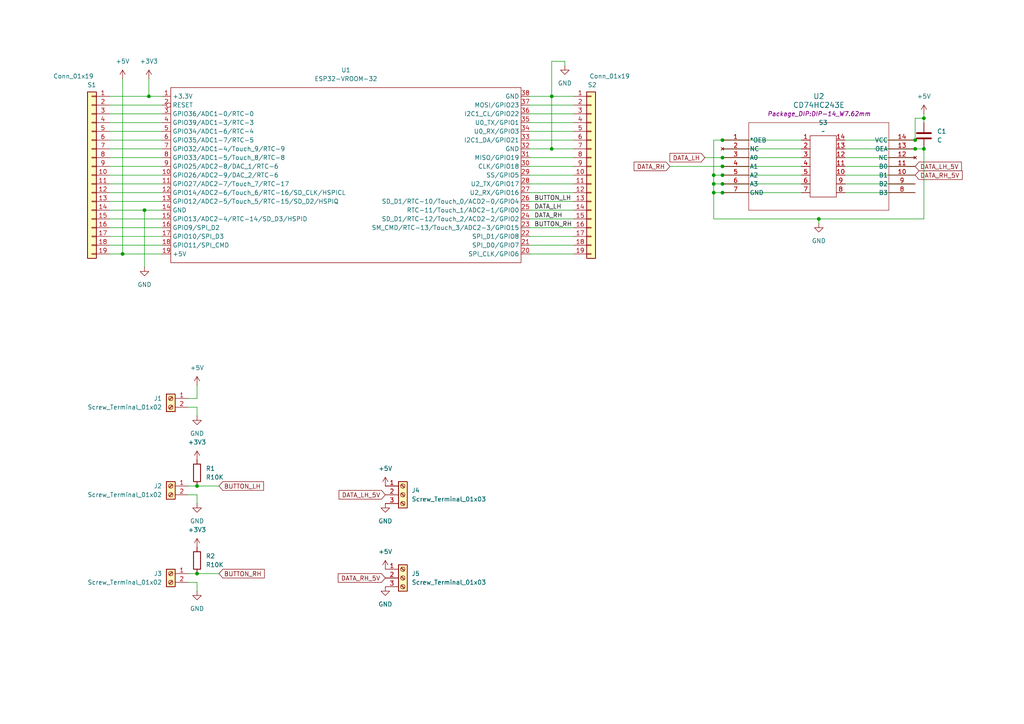
<source format=kicad_sch>
(kicad_sch (version 20231120) (generator "eeschema") (generator_version "8.0")
  (paper "A4")
  (lib_symbols
    (symbol "74HCxxxx:CD74HC243E" (pin_names (offset 0.254))
      (property "Reference" "U2" (at 27.94 10.16 0))
      (property "Value" "CD74HC243E" (at 27.94 7.62 0))
      (property "Footprint" "Package_DIP:DIP-14_W7.62mm" (at 0 0 0))
      (symbol "CD74HC243E_0_1"
        (polyline (pts (xy 7.62 -20.32) (xy 48.26 -20.32)) (stroke (width 0.127)))
        (polyline (pts (xy 7.62 5.08) (xy 7.62 -20.32)) (stroke (width 0.127)))
        (polyline (pts (xy 48.26 -20.32) (xy 48.26 5.08)) (stroke (width 0.127)))
        (polyline (pts (xy 48.26 5.08) (xy 7.62 5.08)) (stroke (width 0.127)))
        (pin input line (at 0 0 0) (length 7.62) (name "*OEB") (number "1"))
        (pin bidirectional line (at 55.88 -10.16 180) (length 7.62) (name "B1") (number "10"))
        (pin bidirectional line (at 55.88 -7.62 180) (length 7.62) (name "B0") (number "11"))
        (pin no_connect line (at 55.88 -5.08 180) (length 7.62) (name "NC") (number "12"))
        (pin input line (at 55.88 -2.54 180) (length 7.62) (name "OEA") (number "13"))
        (pin power_in line (at 55.88 0 180) (length 7.62) (name "VCC") (number "14"))
        (pin no_connect line (at 0 -2.54 0) (length 7.62) (name "NC") (number "2"))
        (pin bidirectional line (at 0 -5.08 0) (length 7.62) (name "A0") (number "3"))
        (pin bidirectional line (at 0 -7.62 0) (length 7.62) (name "A1") (number "4"))
        (pin bidirectional line (at 0 -10.16 0) (length 7.62) (name "A2") (number "5"))
        (pin bidirectional line (at 0 -12.7 0) (length 7.62) (name "A3") (number "6"))
        (pin power_in line (at 0 -15.24 0) (length 7.62) (name "GND") (number "7"))
        (pin bidirectional line (at 55.88 -15.24 180) (length 7.62) (name "B3") (number "8"))
        (pin bidirectional line (at 55.88 -12.7 180) (length 7.62) (name "B2") (number "9"))
      )
    )
    (symbol "Connector:Screw_Terminal_01x02" (pin_names (offset 1.016) hide)
      (property "Reference" "J" (at 0 2.54 0))
      (property "Value" "Screw_Terminal_01x02" (at 0 -5.08 0))
      (symbol "Screw_Terminal_01x02_1_1"
        (rectangle (start -1.27 1.27) (end 1.27 -3.81) (stroke (width 0.254)) (fill (type background)))
        (circle (center 0 -2.54) (radius 0.635) (stroke (width 0.1524)))
        (polyline (pts (xy -0.5334 -2.2098) (xy 0.3302 -3.048)) (stroke (width 0.1524)))
        (polyline (pts (xy -0.5334 0.3302) (xy 0.3302 -0.508)) (stroke (width 0.1524)))
        (polyline (pts (xy -0.3556 -2.032) (xy 0.508 -2.8702)) (stroke (width 0.1524)))
        (polyline (pts (xy -0.3556 0.508) (xy 0.508 -0.3302)) (stroke (width 0.1524)))
        (circle (center 0 0) (radius 0.635) (stroke (width 0.1524)))
        (pin passive line (at -5.08 0 0) (length 3.81) (name "Pin_1") (number "1"))
        (pin passive line (at -5.08 -2.54 0) (length 3.81) (name "Pin_2") (number "2"))
      )
    )
    (symbol "Connector:Screw_Terminal_01x03" (pin_names (offset 1.016) hide)
      (property "Reference" "J" (at 0 5.08 0))
      (property "Value" "Screw_Terminal_01x03" (at 0 -5.08 0))
      (symbol "Screw_Terminal_01x03_1_1"
        (rectangle (start -1.27 3.81) (end 1.27 -3.81) (stroke (width 0.254)) (fill (type background)))
        (circle (center 0 -2.54) (radius 0.635) (stroke (width 0.1524)))
        (polyline (pts (xy -0.5334 -2.2098) (xy 0.3302 -3.048)) (stroke (width 0.1524)))
        (polyline (pts (xy -0.5334 0.3302) (xy 0.3302 -0.508)) (stroke (width 0.1524)))
        (polyline (pts (xy -0.5334 2.8702) (xy 0.3302 2.032)) (stroke (width 0.1524)))
        (polyline (pts (xy -0.3556 -2.032) (xy 0.508 -2.8702)) (stroke (width 0.1524)))
        (polyline (pts (xy -0.3556 0.508) (xy 0.508 -0.3302)) (stroke (width 0.1524)))
        (polyline (pts (xy -0.3556 3.048) (xy 0.508 2.2098)) (stroke (width 0.1524)))
        (circle (center 0 0) (radius 0.635) (stroke (width 0.1524)))
        (circle (center 0 2.54) (radius 0.635) (stroke (width 0.1524)))
        (pin passive line (at -5.08 2.54 0) (length 3.81) (name "Pin_1") (number "1"))
        (pin passive line (at -5.08 0 0) (length 3.81) (name "Pin_2") (number "2"))
        (pin passive line (at -5.08 -2.54 0) (length 3.81) (name "Pin_3") (number "3"))
      )
    )
    (symbol "Connector_Generic:Conn_01x19" (pin_names (offset 1.016) hide)
      (property "Reference" "J" (at 0 25.4 0))
      (property "Value" "Conn_01x19" (at 0 -25.4 0))
      (symbol "Conn_01x19_1_1"
        (rectangle (start -1.27 -22.733) (end 0 -22.987) (stroke (width 0.1524)))
        (rectangle (start -1.27 -20.193) (end 0 -20.447) (stroke (width 0.1524)))
        (rectangle (start -1.27 -17.653) (end 0 -17.907) (stroke (width 0.1524)))
        (rectangle (start -1.27 -15.113) (end 0 -15.367) (stroke (width 0.1524)))
        (rectangle (start -1.27 -12.573) (end 0 -12.827) (stroke (width 0.1524)))
        (rectangle (start -1.27 -10.033) (end 0 -10.287) (stroke (width 0.1524)))
        (rectangle (start -1.27 -7.493) (end 0 -7.747) (stroke (width 0.1524)))
        (rectangle (start -1.27 -4.953) (end 0 -5.207) (stroke (width 0.1524)))
        (rectangle (start -1.27 -2.413) (end 0 -2.667) (stroke (width 0.1524)))
        (rectangle (start -1.27 0.127) (end 0 -0.127) (stroke (width 0.1524)))
        (rectangle (start -1.27 2.667) (end 0 2.413) (stroke (width 0.1524)))
        (rectangle (start -1.27 5.207) (end 0 4.953) (stroke (width 0.1524)))
        (rectangle (start -1.27 7.747) (end 0 7.493) (stroke (width 0.1524)))
        (rectangle (start -1.27 10.287) (end 0 10.033) (stroke (width 0.1524)))
        (rectangle (start -1.27 12.827) (end 0 12.573) (stroke (width 0.1524)))
        (rectangle (start -1.27 15.367) (end 0 15.113) (stroke (width 0.1524)))
        (rectangle (start -1.27 17.907) (end 0 17.653) (stroke (width 0.1524)))
        (rectangle (start -1.27 20.447) (end 0 20.193) (stroke (width 0.1524)))
        (rectangle (start -1.27 22.987) (end 0 22.733) (stroke (width 0.1524)))
        (rectangle (start -1.27 24.13) (end 1.27 -24.13) (stroke (width 0.254)) (fill (type background)))
        (pin passive line (at -5.08 22.86 0) (length 3.81) (name "Pin_1") (number "1"))
        (pin passive line (at -5.08 0 0) (length 3.81) (name "Pin_10") (number "10"))
        (pin passive line (at -5.08 -2.54 0) (length 3.81) (name "Pin_11") (number "11"))
        (pin passive line (at -5.08 -5.08 0) (length 3.81) (name "Pin_12") (number "12"))
        (pin passive line (at -5.08 -7.62 0) (length 3.81) (name "Pin_13") (number "13"))
        (pin passive line (at -5.08 -10.16 0) (length 3.81) (name "Pin_14") (number "14"))
        (pin passive line (at -5.08 -12.7 0) (length 3.81) (name "Pin_15") (number "15"))
        (pin passive line (at -5.08 -15.24 0) (length 3.81) (name "Pin_16") (number "16"))
        (pin passive line (at -5.08 -17.78 0) (length 3.81) (name "Pin_17") (number "17"))
        (pin passive line (at -5.08 -20.32 0) (length 3.81) (name "Pin_18") (number "18"))
        (pin passive line (at -5.08 -22.86 0) (length 3.81) (name "Pin_19") (number "19"))
        (pin passive line (at -5.08 20.32 0) (length 3.81) (name "Pin_2") (number "2"))
        (pin passive line (at -5.08 17.78 0) (length 3.81) (name "Pin_3") (number "3"))
        (pin passive line (at -5.08 15.24 0) (length 3.81) (name "Pin_4") (number "4"))
        (pin passive line (at -5.08 12.7 0) (length 3.81) (name "Pin_5") (number "5"))
        (pin passive line (at -5.08 10.16 0) (length 3.81) (name "Pin_6") (number "6"))
        (pin passive line (at -5.08 7.62 0) (length 3.81) (name "Pin_7") (number "7"))
        (pin passive line (at -5.08 5.08 0) (length 3.81) (name "Pin_8") (number "8"))
        (pin passive line (at -5.08 2.54 0) (length 3.81) (name "Pin_9") (number "9"))
      )
    )
    (symbol "Device:C" (pin_numbers hide) (pin_names (offset 0.254))
      (property "Reference" "C" (at 0.635 2.54 0))
      (property "Value" "C" (at 0.635 -2.54 0))
      (symbol "C_0_1"
        (polyline (pts (xy -2.032 -0.762) (xy 2.032 -0.762)) (stroke (width 0.508)))
        (polyline (pts (xy -2.032 0.762) (xy 2.032 0.762)) (stroke (width 0.508)))
      )
      (symbol "C_1_1"
        (pin passive line (at 0 3.81 270) (length 2.794) (name "~") (number "1"))
        (pin passive line (at 0 -3.81 90) (length 2.794) (name "~") (number "2"))
      )
    )
    (symbol "Device:R" (pin_numbers hide) (pin_names (offset 0))
      (property "Reference" "R" (at 2.032 0 90))
      (property "Value" "R" (at 0 0 90))
      (symbol "R_0_1"
        (rectangle (start -1.016 -2.54) (end 1.016 2.54) (stroke (width 0.254)))
      )
      (symbol "R_1_1"
        (pin passive line (at 0 3.81 270) (length 1.27) (name "~") (number "1"))
        (pin passive line (at 0 -3.81 90) (length 1.27) (name "~") (number "2"))
      )
    )
    (symbol "ESP:ESP32-WROOM-32"
      (property "Reference" "U1" (at 0 54.61 0))
      (property "Value" "ESP32-WROOM-32D" (at 0 52.07 0))
      (property "Footprint" "ESP:ESP32-WROOM-DEV-KIT-V4" (at 0 0 0))
      (symbol "ESP32-WROOM-32_0_1"
        (rectangle (start -50.8 50.8) (end 50.8 0))
      )
      (symbol "ESP32-WROOM-32_1_1"
        (pin power_in line (at -53.34 48.26 0) (length 2.54) (name "+3.3V") (number "1"))
        (pin bidirectional line (at -53.34 25.4 0) (length 2.54) (name "GPIO26/ADC2-9/DAC_2/RTC-6") (number "10"))
        (pin bidirectional line (at -53.34 22.86 0) (length 2.54) (name "GPIO27/ADC2-7/Touch_7/RTC-17") (number "11"))
        (pin bidirectional line (at -53.34 20.32 0) (length 2.54) (name "GPIO14/ADC2-6/Touch_6/RTC-16/SD_CLK/HSPICL") (number "12"))
        (pin bidirectional line (at -53.34 17.78 0) (length 2.54) (name "GPIO12/ADC2-5/Touch_5/RTC-15/SD_D2/HSPIQ") (number "13"))
        (pin power_in line (at -53.34 15.24 0) (length 2.54) (name "GND") (number "14"))
        (pin bidirectional line (at -53.34 12.7 0) (length 2.54) (name "GPIO13/ADC2-4/RTC-14/SD_D3/HSPID") (number "15"))
        (pin bidirectional line (at -53.34 10.16 0) (length 2.54) (name "GPIO9/SPI_D2") (number "16"))
        (pin bidirectional line (at -53.34 7.62 0) (length 2.54) (name "GPIO10/SPI_D3") (number "17"))
        (pin bidirectional line (at -53.34 5.08 0) (length 2.54) (name "GPIO11/SPI_CMD") (number "18"))
        (pin power_in line (at -53.34 2.54 0) (length 2.54) (name "+5V") (number "19"))
        (pin input inverted (at -53.34 45.72 0) (length 2.54) (name "RESET") (number "2"))
        (pin bidirectional line (at 53.34 2.54 180) (length 2.54) (name "SPI_CLK/GPIO6") (number "20"))
        (pin bidirectional line (at 53.34 5.08 180) (length 2.54) (name "SPI_D0/GPIO7") (number "21"))
        (pin bidirectional line (at 53.34 7.62 180) (length 2.54) (name "SPI_D1/GPIO8") (number "22"))
        (pin bidirectional line (at 53.34 10.16 180) (length 2.54) (name "SM_CMD/RTC-13/Touch_3/ADC2-3/GPIO15") (number "23"))
        (pin bidirectional line (at 53.34 12.7 180) (length 2.54) (name "SD_D1/RTC-12/Touch_2/ACD2-2/GPIO2") (number "24"))
        (pin bidirectional line (at 53.34 15.24 180) (length 2.54) (name "RTC-11/Touch_1/ADC2-1/GPIO0") (number "25"))
        (pin bidirectional line (at 53.34 17.78 180) (length 2.54) (name "SD_D1/RTC-10/Touch_0/ACD2-0/GPIO4") (number "26"))
        (pin bidirectional line (at 53.34 20.32 180) (length 2.54) (name "U2_RX/GPIO16") (number "27"))
        (pin bidirectional line (at 53.34 22.86 180) (length 2.54) (name "U2_TX/GPIO17") (number "28"))
        (pin bidirectional line (at 53.34 25.4 180) (length 2.54) (name "SS/GPIO5") (number "29"))
        (pin input line (at -53.34 43.18 0) (length 2.54) (name "GPIO36/ADC1-0/RTC-0") (number "3"))
        (pin bidirectional line (at 53.34 27.94 180) (length 2.54) (name "CLK/GPIO18") (number "30"))
        (pin bidirectional line (at 53.34 30.48 180) (length 2.54) (name "MISO/GPIO19") (number "31"))
        (pin power_in line (at 53.34 33.02 180) (length 2.54) (name "GND") (number "32"))
        (pin bidirectional line (at 53.34 35.56 180) (length 2.54) (name "I2C1_DA/GPIO21") (number "33"))
        (pin bidirectional line (at 53.34 38.1 180) (length 2.54) (name "U0_RX/GPIO3") (number "34"))
        (pin bidirectional line (at 53.34 40.64 180) (length 2.54) (name "U0_TX/GPIO1") (number "35"))
        (pin bidirectional line (at 53.34 43.18 180) (length 2.54) (name "I2C1_CL/GPIO22") (number "36"))
        (pin bidirectional line (at 53.34 45.72 180) (length 2.54) (name "MOSI/GPIO23") (number "37"))
        (pin power_in line (at 53.34 48.26 180) (length 2.54) (name "GND") (number "38"))
        (pin input line (at -53.34 40.64 0) (length 2.54) (name "GPIO39/ADC1-3/RTC-3") (number "4"))
        (pin input line (at -53.34 38.1 0) (length 2.54) (name "GPIO34/ADC1-6/RTC-4") (number "5"))
        (pin input line (at -53.34 35.56 0) (length 2.54) (name "GPIO35/ADC1-7/RTC-5") (number "6"))
        (pin bidirectional line (at -53.34 33.02 0) (length 2.54) (name "GPIO32/ADC1-4/Touch_9/RTC-9") (number "7"))
        (pin bidirectional line (at -53.34 30.48 0) (length 2.54) (name "GPIO33/ADC1-5/Touch_8/RTC-8") (number "8"))
        (pin bidirectional line (at -53.34 27.94 0) (length 2.54) (name "GPIO25/ADC2-8/DAC_1/RTC-6") (number "9"))
      )
    )
    (symbol "Socket:DIP-14_W7.62mm_Socket" (pin_names hide)
      (property "Reference" "S" (at 0 0 0))
      (symbol "DIP-14_W7.62mm_Socket_0_1"
        (rectangle (start -3.81 8.89) (end 3.81 -8.89))
      )
      (symbol "DIP-14_W7.62mm_Socket_1_1"
        (pin passive line (at -6.35 7.62 0) (length 2.54) (name "1") (number "1"))
        (pin passive line (at 6.35 -2.54 180) (length 2.54) (name "10") (number "10"))
        (pin passive line (at 6.35 0 180) (length 2.54) (name "11") (number "11"))
        (pin passive line (at 6.35 2.54 180) (length 2.54) (name "12") (number "12"))
        (pin passive line (at 6.35 5.08 180) (length 2.54) (name "13") (number "13"))
        (pin passive line (at 6.35 7.62 180) (length 2.54) (name "14") (number "14"))
        (pin passive line (at -6.35 5.08 0) (length 2.54) (name "2") (number "2"))
        (pin passive line (at -6.35 2.54 0) (length 2.54) (name "3") (number "3"))
        (pin passive line (at -6.35 0 0) (length 2.54) (name "4") (number "4"))
        (pin passive line (at -6.35 -2.54 0) (length 2.54) (name "5") (number "5"))
        (pin passive line (at -6.35 -5.08 0) (length 2.54) (name "6") (number "6"))
        (pin passive line (at -6.35 -7.62 0) (length 2.54) (name "7") (number "7"))
        (pin passive line (at 6.35 -7.62 180) (length 2.54) (name "8") (number "8"))
        (pin passive line (at 6.35 -5.08 180) (length 2.54) (name "9") (number "9"))
      )
    )
    (symbol "power:+3V3" (power) (pin_numbers hide) (pin_names (offset 0) hide)
      (property "Value" "+3V3" (at 0 3.556 0))
      (symbol "+3V3_0_1"
        (polyline (pts (xy -0.762 1.27) (xy 0 2.54)))
        (polyline (pts (xy 0 0) (xy 0 2.54)))
        (polyline (pts (xy 0 2.54) (xy 0.762 1.27)))
      )
      (symbol "+3V3_1_1"
        (pin power_in line (at 0 0 90) (length 0) (name "~") (number "1"))
      )
    )
    (symbol "power:+5V" (power) (pin_numbers hide) (pin_names (offset 0) hide)
      (property "Value" "+5V" (at 0 3.556 0))
      (symbol "+5V_0_1"
        (polyline (pts (xy -0.762 1.27) (xy 0 2.54)))
        (polyline (pts (xy 0 0) (xy 0 2.54)))
        (polyline (pts (xy 0 2.54) (xy 0.762 1.27)))
      )
      (symbol "+5V_1_1"
        (pin power_in line (at 0 0 90) (length 0) (name "~") (number "1"))
      )
    )
    (symbol "power:GND" (power) (pin_numbers hide) (pin_names (offset 0) hide)
      (property "Value" "GND" (at 0 -3.81 0))
      (symbol "GND_0_1"
        (polyline (pts (xy 0 0) (xy 0 -1.27) (xy 1.27 -1.27) (xy 0 -2.54) (xy -1.27 -1.27) (xy 0 -1.27)))
      )
      (symbol "GND_1_1"
        (pin power_in line (at 0 0 270) (length 0) (name "~") (number "1"))
      )
    )
    (symbol "power:VCC" (power) (pin_numbers hide) (pin_names (offset 0) hide)
      (property "Value" "VCC" (at 0 3.556 0))
      (symbol "VCC_0_1"
        (polyline (pts (xy -0.762 1.27) (xy 0 2.54)))
        (polyline (pts (xy 0 0) (xy 0 2.54)))
        (polyline (pts (xy 0 2.54) (xy 0.762 1.27)))
      )
      (symbol "VCC_1_1"
        (pin power_in line (at 0 0 90) (length 0) (name "~") (number "1"))
      )
    )
  )
  (junction (at 237.49 63.5))
  (junction (at 265.43 43.18))
  (junction (at 207.01 50.8))
  (junction (at 57.15 166.37))
  (junction (at 43.18 27.94))
  (junction (at 160.02 43.18))
  (junction (at 209.55 55.88))
  (junction (at 209.55 48.26))
  (junction (at 209.55 45.72))
  (junction (at 207.01 53.34))
  (junction (at 35.56 73.66))
  (junction (at 209.55 40.64))
  (junction (at 41.91 60.96))
  (junction (at 267.97 43.18))
  (junction (at 265.43 40.64))
  (junction (at 209.55 50.8))
  (junction (at 267.97 34.29))
  (junction (at 57.15 140.97))
  (junction (at 160.02 27.94))
  (junction (at 209.55 53.34))
  (junction (at 207.01 55.88))
  (wire (pts (xy 57.15 166.37) (xy 54.61 166.37)))
  (wire (pts (xy 237.49 63.5) (xy 237.49 64.77)))
  (wire (pts (xy 160.02 27.94) (xy 160.02 43.18)))
  (wire (pts (xy 267.97 34.29) (xy 267.97 35.56)))
  (wire (pts (xy 207.01 55.88) (xy 207.01 63.5)))
  (wire (pts (xy 43.18 27.94) (xy 46.99 27.94)))
  (wire (pts (xy 207.01 53.34) (xy 207.01 55.88)))
  (wire (pts (xy 245.11 53.34) (xy 265.43 53.34)))
  (wire (pts (xy 207.01 40.64) (xy 207.01 50.8)))
  (wire (pts (xy 31.75 30.48) (xy 46.99 30.48)))
  (wire (pts (xy 63.5 140.97) (xy 57.15 140.97)))
  (wire (pts (xy 207.01 50.8) (xy 207.01 53.34)))
  (wire (pts (xy 31.75 45.72) (xy 46.99 45.72)))
  (wire (pts (xy 207.01 50.8) (xy 209.55 50.8)))
  (wire (pts (xy 267.97 63.5) (xy 267.97 43.18)))
  (wire (pts (xy 265.43 34.29) (xy 265.43 40.64)))
  (wire (pts (xy 166.37 55.88) (xy 153.67 55.88)))
  (wire (pts (xy 31.75 58.42) (xy 46.99 58.42)))
  (wire (pts (xy 41.91 60.96) (xy 46.99 60.96)))
  (wire (pts (xy 160.02 43.18) (xy 153.67 43.18)))
  (wire (pts (xy 31.75 66.04) (xy 46.99 66.04)))
  (wire (pts (xy 57.15 146.05) (xy 57.15 143.51)))
  (wire (pts (xy 245.11 48.26) (xy 265.43 48.26)))
  (wire (pts (xy 166.37 43.18) (xy 160.02 43.18)))
  (wire (pts (xy 209.55 45.72) (xy 232.41 45.72)))
  (wire (pts (xy 166.37 66.04) (xy 153.67 66.04)))
  (wire (pts (xy 237.49 63.5) (xy 267.97 63.5)))
  (wire (pts (xy 166.37 48.26) (xy 153.67 48.26)))
  (wire (pts (xy 209.55 55.88) (xy 232.41 55.88)))
  (wire (pts (xy 31.75 40.64) (xy 46.99 40.64)))
  (wire (pts (xy 31.75 48.26) (xy 46.99 48.26)))
  (wire (pts (xy 209.55 43.18) (xy 232.41 43.18)))
  (wire (pts (xy 57.15 118.11) (xy 54.61 118.11)))
  (wire (pts (xy 209.55 53.34) (xy 232.41 53.34)))
  (wire (pts (xy 265.43 34.29) (xy 267.97 34.29)))
  (wire (pts (xy 31.75 33.02) (xy 46.99 33.02)))
  (wire (pts (xy 166.37 33.02) (xy 153.67 33.02)))
  (wire (pts (xy 166.37 71.12) (xy 153.67 71.12)))
  (wire (pts (xy 166.37 45.72) (xy 153.67 45.72)))
  (wire (pts (xy 31.75 43.18) (xy 46.99 43.18)))
  (wire (pts (xy 166.37 50.8) (xy 153.67 50.8)))
  (wire (pts (xy 267.97 34.29) (xy 267.97 33.02)))
  (wire (pts (xy 166.37 53.34) (xy 153.67 53.34)))
  (wire (pts (xy 166.37 60.96) (xy 153.67 60.96)))
  (wire (pts (xy 166.37 27.94) (xy 160.02 27.94)))
  (wire (pts (xy 31.75 53.34) (xy 46.99 53.34)))
  (wire (pts (xy 245.11 50.8) (xy 265.43 50.8)))
  (wire (pts (xy 57.15 168.91) (xy 54.61 168.91)))
  (wire (pts (xy 31.75 38.1) (xy 46.99 38.1)))
  (wire (pts (xy 57.15 115.57) (xy 54.61 115.57)))
  (wire (pts (xy 209.55 40.64) (xy 232.41 40.64)))
  (wire (pts (xy 207.01 53.34) (xy 209.55 53.34)))
  (wire (pts (xy 57.15 140.97) (xy 54.61 140.97)))
  (wire (pts (xy 209.55 50.8) (xy 232.41 50.8)))
  (wire (pts (xy 31.75 35.56) (xy 46.99 35.56)))
  (wire (pts (xy 43.18 22.86) (xy 43.18 27.94)))
  (wire (pts (xy 166.37 40.64) (xy 153.67 40.64)))
  (wire (pts (xy 209.55 40.64) (xy 207.01 40.64)))
  (wire (pts (xy 160.02 17.78) (xy 160.02 27.94)))
  (wire (pts (xy 245.11 45.72) (xy 265.43 45.72)))
  (wire (pts (xy 209.55 55.88) (xy 207.01 55.88)))
  (wire (pts (xy 35.56 73.66) (xy 46.99 73.66)))
  (wire (pts (xy 31.75 73.66) (xy 35.56 73.66)))
  (wire (pts (xy 163.83 17.78) (xy 160.02 17.78)))
  (wire (pts (xy 166.37 58.42) (xy 153.67 58.42)))
  (wire (pts (xy 31.75 68.58) (xy 46.99 68.58)))
  (wire (pts (xy 63.5 166.37) (xy 57.15 166.37)))
  (wire (pts (xy 31.75 50.8) (xy 46.99 50.8)))
  (wire (pts (xy 245.11 40.64) (xy 265.43 40.64)))
  (wire (pts (xy 267.97 43.18) (xy 265.43 43.18)))
  (wire (pts (xy 166.37 30.48) (xy 153.67 30.48)))
  (wire (pts (xy 166.37 63.5) (xy 153.67 63.5)))
  (wire (pts (xy 166.37 35.56) (xy 153.67 35.56)))
  (wire (pts (xy 245.11 55.88) (xy 265.43 55.88)))
  (wire (pts (xy 204.47 45.72) (xy 209.55 45.72)))
  (wire (pts (xy 35.56 22.86) (xy 35.56 73.66)))
  (wire (pts (xy 207.01 63.5) (xy 237.49 63.5)))
  (wire (pts (xy 209.55 48.26) (xy 232.41 48.26)))
  (wire (pts (xy 194.31 48.26) (xy 209.55 48.26)))
  (wire (pts (xy 31.75 55.88) (xy 46.99 55.88)))
  (wire (pts (xy 166.37 73.66) (xy 153.67 73.66)))
  (wire (pts (xy 31.75 27.94) (xy 43.18 27.94)))
  (wire (pts (xy 166.37 38.1) (xy 153.67 38.1)))
  (wire (pts (xy 245.11 43.18) (xy 265.43 43.18)))
  (wire (pts (xy 57.15 171.45) (xy 57.15 168.91)))
  (wire (pts (xy 160.02 27.94) (xy 153.67 27.94)))
  (wire (pts (xy 31.75 60.96) (xy 41.91 60.96)))
  (wire (pts (xy 57.15 111.76) (xy 57.15 115.57)))
  (wire (pts (xy 57.15 143.51) (xy 54.61 143.51)))
  (wire (pts (xy 166.37 68.58) (xy 153.67 68.58)))
  (wire (pts (xy 163.83 19.05) (xy 163.83 17.78)))
  (wire (pts (xy 31.75 63.5) (xy 46.99 63.5)))
  (wire (pts (xy 57.15 120.65) (xy 57.15 118.11)))
  (wire (pts (xy 31.75 71.12) (xy 46.99 71.12)))
  (wire (pts (xy 41.91 77.47) (xy 41.91 60.96)))
  (label "BUTTON_LH" (at 154.94 58.42 0))
  (label "DATA_LH" (at 154.94 60.96 0))
  (label "BUTTON_RH" (at 154.94 66.04 0))
  (label "DATA_RH" (at 154.94 63.5 0))
  (global_label "DATA_RH_5V" (shape input) (at 111.76 167.64 180) (property "Intersheetrefs" "${INTERSHEET_REFS}" (effects (hide yes))))
  (global_label "DATA_RH" (shape input) (at 194.31 48.26 180) (property "Intersheetrefs" "${INTERSHEET_REFS}" (effects (hide yes))))
  (global_label "BUTTON_RH" (shape input) (at 63.5 166.37 0) (property "Intersheetrefs" "${INTERSHEET_REFS}" (effects (hide yes))))
  (global_label "BUTTON_LH" (shape input) (at 63.5 140.97 0) (property "Intersheetrefs" "${INTERSHEET_REFS}" (effects (hide yes))))
  (global_label "DATA_LH" (shape input) (at 204.47 45.72 180) (property "Intersheetrefs" "${INTERSHEET_REFS}" (effects (hide yes))))
  (global_label "DATA_LH_5V" (shape input) (at 111.76 143.51 180) (property "Intersheetrefs" "${INTERSHEET_REFS}" (effects (hide yes))))
  (global_label "DATA_LH_5V" (shape input) (at 265.43 48.26 0) (property "Intersheetrefs" "${INTERSHEET_REFS}" (effects (hide yes))))
  (global_label "DATA_RH_5V" (shape input) (at 265.43 50.8 0) (property "Intersheetrefs" "${INTERSHEET_REFS}" (effects (hide yes))))
  (symbol (lib_id "power:GND") (at 57.15 146.05 0) (unit 1)
    (property "Reference" "#PWR07" (effects (hide yes)))
    (property "Value" "GND" (at 57.15 151.13 0))
    (property "Description" "Power symbol creates a global label with name \"GND\" , ground" (effects (hide yes)))
  )
  (symbol (lib_id "74HCxxxx:CD74HC243E") (at 209.55 40.64 0) (unit 1) (on_board no)
    (property "Reference" "U2" (at 237.49 27.94 0) (effects (font (size 1.524 1.524))))
    (property "Value" "CD74HC243E" (at 237.49 30.48 0) (effects (font (size 1.524 1.524))))
    (property "Footprint" "Package_DIP:DIP-14_W7.62mm" (at 237.49 33.02 0) (effects (font (italic yes))))
    (property "Datasheet" "CD74HC243E" (effects (hide yes)))
  )
  (symbol (lib_id "Device:C") (at 267.97 39.37 0) (unit 1)
    (property "Reference" "C1" (at 271.78 38.0999 0) (effects (justify left)))
    (property "Value" "C" (at 271.78 40.6399 0) (effects (justify left)))
    (property "Footprint" "Capacitor_THT:C_Disc_D5.0mm_W2.5mm_P2.50mm" (effects (hide yes)))
    (property "Description" "Unpolarized capacitor" (effects (hide yes)))
  )
  (symbol (lib_id "power:GND") (at 237.49 64.77 0) (unit 1)
    (property "Reference" "#PWR09" (effects (hide yes)))
    (property "Value" "GND" (at 237.49 69.85 0))
    (property "Description" "Power symbol creates a global label with name \"GND\" , ground" (effects (hide yes)))
  )
  (symbol (lib_id "power:GND") (at 163.83 19.05 0) (unit 1)
    (property "Reference" "#PWR03" (effects (hide yes)))
    (property "Value" "GND" (at 163.83 24.13 0))
    (property "Description" "Power symbol creates a global label with name \"GND\" , ground" (effects (hide yes)))
  )
  (symbol (lib_id "power:GND") (at 57.15 171.45 0) (unit 1)
    (property "Reference" "#PWR08" (effects (hide yes)))
    (property "Value" "GND" (at 57.15 176.53 0))
    (property "Description" "Power symbol creates a global label with name \"GND\" , ground" (effects (hide yes)))
  )
  (symbol (lib_id "power:VCC") (at 35.56 22.86 0) (unit 1)
    (property "Reference" "#PWR04" (effects (hide yes)))
    (property "Value" "+5V" (at 35.56 17.78 0))
    (property "Description" "Power symbol creates a global label with name \"VCC\"" (effects (hide yes)))
  )
  (symbol (lib_id "power:GND") (at 41.91 77.47 0) (unit 1)
    (property "Reference" "#PWR06" (effects (hide yes)))
    (property "Value" "GND" (at 41.91 82.55 0))
    (property "Description" "Power symbol creates a global label with name \"GND\" , ground" (effects (hide yes)))
  )
  (symbol (lib_id "Connector:Screw_Terminal_01x02") (at 49.53 166.37 0) (mirror y) (unit 1)
    (property "Reference" "J3" (at 46.99 166.3699 0) (effects (justify left)))
    (property "Value" "Screw_Terminal_01x02" (at 46.99 168.9099 0) (effects (justify left)))
    (property "Footprint" "TerminalBlock_Phoenix:TerminalBlock_Phoenix_MPT-0,5-2-2.54_1x02_P2.54mm_Horizontal" (effects (hide yes)))
    (property "Description" "Generic screw terminal, single row, 01x02, script generated (kicad-library-utils/schlib/autogen/connector/)" (effects (hide yes)))
  )
  (symbol (lib_id "Device:R") (at 57.15 162.56 0) (unit 1)
    (property "Reference" "R2" (at 59.69 161.2899 0) (effects (justify left)))
    (property "Value" "R10K" (at 59.69 163.8299 0) (effects (justify left)))
    (property "Footprint" "Resistor_THT:R_Axial_DIN0204_L3.6mm_D1.6mm_P5.08mm_Horizontal" (effects (hide yes)))
    (property "Description" "Resistor" (effects (hide yes)))
  )
  (symbol (lib_id "power:+5V") (at 111.76 140.97 0) (unit 1)
    (property "Reference" "#PWR011" (effects (hide yes)))
    (property "Value" "+5V" (at 111.76 135.89 0))
    (property "Description" "Power symbol creates a global label with name \"+5V\"" (effects (hide yes)))
  )
  (symbol (lib_id "power:+3V3") (at 43.18 22.86 0) (unit 1)
    (property "Reference" "#PWR05" (effects (hide yes)))
    (property "Value" "+3V3" (at 43.18 17.78 0))
    (property "Description" "Power symbol creates a global label with name \"+3V3\"" (effects (hide yes)))
  )
  (symbol (lib_id "Device:R") (at 57.15 137.16 0) (unit 1)
    (property "Reference" "R1" (at 59.69 135.8899 0) (effects (justify left)))
    (property "Value" "R10K" (at 59.69 138.4299 0) (effects (justify left)))
    (property "Footprint" "Resistor_THT:R_Axial_DIN0204_L3.6mm_D1.6mm_P5.08mm_Horizontal" (effects (hide yes)))
    (property "Description" "Resistor" (effects (hide yes)))
  )
  (symbol (lib_id "power:+5V") (at 57.15 111.76 0) (unit 1)
    (property "Reference" "#PWR017" (effects (hide yes)))
    (property "Value" "+5V" (at 57.15 106.68 0))
    (property "Description" "Power symbol creates a global label with name \"+5V\"" (effects (hide yes)))
  )
  (symbol (lib_id "power:GND") (at 57.15 120.65 0) (unit 1)
    (property "Reference" "#PWR01" (effects (hide yes)))
    (property "Value" "GND" (at 57.15 125.73 0))
    (property "Description" "Power symbol creates a global label with name \"GND\" , ground" (effects (hide yes)))
  )
  (symbol (lib_id "power:GND") (at 111.76 146.05 0) (unit 1)
    (property "Reference" "#PWR014" (effects (hide yes)))
    (property "Value" "GND" (at 111.76 151.13 0))
    (property "Description" "Power symbol creates a global label with name \"GND\" , ground" (effects (hide yes)))
  )
  (symbol (lib_id "power:GND") (at 111.76 170.18 0) (unit 1)
    (property "Reference" "#PWR013" (effects (hide yes)))
    (property "Value" "GND" (at 111.76 175.26 0))
    (property "Description" "Power symbol creates a global label with name \"GND\" , ground" (effects (hide yes)))
  )
  (symbol (lib_id "power:+5V") (at 267.97 33.02 0) (unit 1)
    (property "Reference" "#PWR010" (effects (hide yes)))
    (property "Value" "+5V" (at 267.97 27.94 0))
    (property "Description" "Power symbol creates a global label with name \"+5V\"" (effects (hide yes)))
  )
  (symbol (lib_id "Connector:Screw_Terminal_01x02") (at 49.53 115.57 0) (mirror y) (unit 1)
    (property "Reference" "J1" (at 46.99 115.5699 0) (effects (justify left)))
    (property "Value" "Screw_Terminal_01x02" (at 46.99 118.1099 0) (effects (justify left)))
    (property "Footprint" "TerminalBlock_Phoenix:TerminalBlock_Phoenix_MPT-0,5-2-2.54_1x02_P2.54mm_Horizontal" (effects (hide yes)))
    (property "Description" "Generic screw terminal, single row, 01x02, script generated (kicad-library-utils/schlib/autogen/connector/)" (effects (hide yes)))
  )
  (symbol (lib_id "Connector:Screw_Terminal_01x03") (at 116.84 143.51 0) (unit 1)
    (property "Reference" "J4" (at 119.38 142.2399 0) (effects (justify left)))
    (property "Value" "Screw_Terminal_01x03" (at 119.38 144.7799 0) (effects (justify left)))
    (property "Footprint" "TerminalBlock_Phoenix:TerminalBlock_Phoenix_MPT-0,5-3-2.54_1x03_P2.54mm_Horizontal" (effects (hide yes)))
    (property "Description" "Generic screw terminal, single row, 01x03, script generated (kicad-library-utils/schlib/autogen/connector/)" (effects (hide yes)))
  )
  (symbol (lib_id "power:+3V3") (at 57.15 158.75 0) (unit 1)
    (property "Reference" "#PWR016" (effects (hide yes)))
    (property "Value" "+3V3" (at 57.15 153.67 0))
    (property "Description" "Power symbol creates a global label with name \"+3V3\"" (effects (hide yes)))
  )
  (symbol (lib_id "power:+5V") (at 111.76 165.1 0) (unit 1)
    (property "Reference" "#PWR012" (effects (hide yes)))
    (property "Value" "+5V" (at 111.76 160.02 0))
    (property "Description" "Power symbol creates a global label with name \"+5V\"" (effects (hide yes)))
  )
  (symbol (lib_id "Connector:Screw_Terminal_01x02") (at 49.53 140.97 0) (mirror y) (unit 1)
    (property "Reference" "J2" (at 46.99 140.9699 0) (effects (justify left)))
    (property "Value" "Screw_Terminal_01x02" (at 46.99 143.5099 0) (effects (justify left)))
    (property "Footprint" "TerminalBlock_Phoenix:TerminalBlock_Phoenix_MPT-0,5-2-2.54_1x02_P2.54mm_Horizontal" (effects (hide yes)))
    (property "Description" "Generic screw terminal, single row, 01x02, script generated (kicad-library-utils/schlib/autogen/connector/)" (effects (hide yes)))
  )
  (symbol (lib_id "power:+3V3") (at 57.15 133.35 0) (unit 1)
    (property "Reference" "#PWR015" (effects (hide yes)))
    (property "Value" "+3V3" (at 57.15 128.27 0))
    (property "Description" "Power symbol creates a global label with name \"+3V3\"" (effects (hide yes)))
  )
  (symbol (lib_id "Socket:DIP-14_W7.62mm_Socket") (at 238.76 48.26 0) (unit 1)
    (property "Reference" "S3" (at 238.76 35.56 0))
    (property "Value" "~" (at 238.76 38.1 0))
    (property "Footprint" "Package_DIP:DIP-14_W7.62mm_Socket" (effects (hide yes)))
  )
  (symbol (lib_id "Connector:Screw_Terminal_01x03") (at 116.84 167.64 0) (unit 1)
    (property "Reference" "J5" (at 119.38 166.3699 0) (effects (justify left)))
    (property "Value" "Screw_Terminal_01x03" (at 119.38 168.9099 0) (effects (justify left)))
    (property "Footprint" "TerminalBlock_Phoenix:TerminalBlock_Phoenix_MPT-0,5-3-2.54_1x03_P2.54mm_Horizontal" (effects (hide yes)))
    (property "Description" "Generic screw terminal, single row, 01x03, script generated (kicad-library-utils/schlib/autogen/connector/)" (effects (hide yes)))
  )
  (symbol (lib_id "Connector_Generic:Conn_01x19") (at 26.67 50.8 0) (mirror y) (unit 1)
    (property "Reference" "S1" (at 27.94 24.638 0) (effects (justify left)))
    (property "Value" "Conn_01x19" (at 27.178 22.098 0) (effects (justify left)))
    (property "Footprint" "Connector_PinSocket_2.54mm:PinSocket_1x19_P2.54mm_Vertical" (effects (hide yes)))
    (property "Description" "Generic connector, single row, 01x19, script generated (kicad-library-utils/schlib/autogen/connector/)" (effects (hide yes)))
  )
  (symbol (lib_id "Connector_Generic:Conn_01x19") (at 171.45 50.8 0) (unit 1)
    (property "Reference" "S2" (at 170.434 24.638 0) (effects (justify left)))
    (property "Value" "Conn_01x19" (at 170.942 22.098 0) (effects (justify left)))
    (property "Footprint" "Connector_PinSocket_2.54mm:PinSocket_1x19_P2.54mm_Vertical" (effects (hide yes)))
    (property "Description" "Generic connector, single row, 01x19, script generated (kicad-library-utils/schlib/autogen/connector/)" (effects (hide yes)))
  )
  (symbol (lib_id "ESP:ESP32-WROOM-32") (at 100.33 76.2 0) (unit 1) (in_bom no) (on_board no)
    (property "Reference" "U1" (at 100.33 20.32 0))
    (property "Value" "ESP32-VROOM-32" (at 100.33 22.86 0))
    (property "Footprint" "ESP:ESP32-WROOM-DEV-KIT-V4" (effects (hide yes)))
  )
)
</source>
